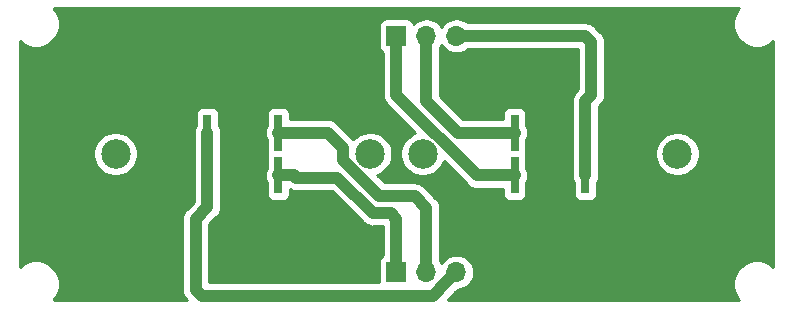
<source format=gtl>
G04 #@! TF.GenerationSoftware,KiCad,Pcbnew,5.1.4-e60b266~84~ubuntu18.04.1*
G04 #@! TF.CreationDate,2019-09-11T21:53:04+05:30*
G04 #@! TF.ProjectId,SenseCam_XHP70.2_rev1,53656e73-6543-4616-9d5f-58485037302e,rev?*
G04 #@! TF.SameCoordinates,Original*
G04 #@! TF.FileFunction,Copper,L1,Top*
G04 #@! TF.FilePolarity,Positive*
%FSLAX46Y46*%
G04 Gerber Fmt 4.6, Leading zero omitted, Abs format (unit mm)*
G04 Created by KiCad (PCBNEW 5.1.4-e60b266~84~ubuntu18.04.1) date 2019-09-11 21:53:04*
%MOMM*%
%LPD*%
G04 APERTURE LIST*
%ADD10C,2.500000*%
%ADD11R,0.700000X3.130000*%
%ADD12R,3.900000X6.760000*%
%ADD13R,1.700000X1.700000*%
%ADD14O,1.700000X1.700000*%
%ADD15C,0.800000*%
%ADD16C,1.000000*%
%ADD17C,0.250000*%
%ADD18C,0.254000*%
G04 APERTURE END LIST*
D10*
X18725000Y-23000000D03*
X40275000Y-23000000D03*
D11*
X52500000Y-24815000D03*
X58500000Y-21185000D03*
D12*
X55500000Y-23000000D03*
D11*
X58500000Y-24815000D03*
X52500000Y-21185000D03*
X32500000Y-24815000D03*
X26500000Y-21185000D03*
D12*
X29500000Y-23000000D03*
D11*
X26500000Y-24815000D03*
X32500000Y-21185000D03*
D13*
X42500000Y-13000000D03*
D14*
X45040000Y-13000000D03*
X47580000Y-13000000D03*
D13*
X42500000Y-33000000D03*
D14*
X45040000Y-33000000D03*
X47580000Y-33000000D03*
D10*
X66275000Y-23000000D03*
X44725000Y-23000000D03*
D15*
X29500000Y-18500000D03*
X31000000Y-18500000D03*
X28000000Y-18500000D03*
X28000000Y-17500000D03*
X29500000Y-17500000D03*
X31000000Y-17500000D03*
X31000000Y-16500000D03*
X29500000Y-16500000D03*
X28000000Y-16500000D03*
X28000000Y-15500000D03*
X29500000Y-15500000D03*
X31000000Y-15500000D03*
X31000000Y-14500000D03*
X29500000Y-14500000D03*
X28000000Y-14500000D03*
X55500000Y-27500000D03*
X54000000Y-27500000D03*
X54000000Y-30500000D03*
X57000000Y-27500000D03*
X57000000Y-29500000D03*
X54000000Y-31500000D03*
X55500000Y-30500000D03*
X54000000Y-29500000D03*
X57000000Y-28500000D03*
X57000000Y-30500000D03*
X55500000Y-28500000D03*
X55500000Y-29500000D03*
X54000000Y-28500000D03*
X55500000Y-31500000D03*
X57000000Y-31500000D03*
X26500000Y-18500000D03*
X26500000Y-17500000D03*
X26500000Y-16500000D03*
X26500000Y-15500000D03*
X26500000Y-14500000D03*
X32500000Y-14500000D03*
X32500000Y-15500000D03*
X32500000Y-16500000D03*
X32500000Y-17500000D03*
X32500000Y-18500000D03*
X52500000Y-27500000D03*
X52500000Y-28500000D03*
X52500000Y-29500000D03*
X52500000Y-30500000D03*
X52500000Y-31500000D03*
X58500000Y-31500000D03*
X58500000Y-30500000D03*
X58500000Y-29500000D03*
X58500000Y-28500000D03*
X58500000Y-27500000D03*
D16*
X42500000Y-18000000D02*
X42500000Y-16165000D01*
X52500000Y-24815000D02*
X49315000Y-24815000D01*
X42500000Y-16165000D02*
X42500000Y-13000000D01*
X49315000Y-24815000D02*
X42500000Y-18000000D01*
X58500000Y-21185000D02*
X58500000Y-24815000D01*
X26500000Y-24815000D02*
X26500000Y-21185000D01*
X58500000Y-13000000D02*
X52880000Y-13000000D01*
X59000000Y-13500000D02*
X58500000Y-13000000D01*
X52880000Y-13000000D02*
X47580000Y-13000000D01*
X59000000Y-18000000D02*
X59000000Y-13500000D01*
X58500000Y-21185000D02*
X58500000Y-18500000D01*
X58500000Y-18500000D02*
X59000000Y-18000000D01*
X46730001Y-33849999D02*
X47580000Y-33000000D01*
X46730001Y-33869999D02*
X46730001Y-33849999D01*
X26500000Y-27500000D02*
X25500000Y-28500000D01*
X26500000Y-24815000D02*
X26500000Y-27500000D01*
X25500000Y-28500000D02*
X25500000Y-34500000D01*
X25500000Y-34500000D02*
X26000000Y-35000000D01*
X26000000Y-35000000D02*
X45600000Y-35000000D01*
X45600000Y-35000000D02*
X46730001Y-33869999D01*
X45040000Y-13000000D02*
X45040000Y-18540000D01*
X51150000Y-21185000D02*
X52500000Y-21185000D01*
X47685000Y-21185000D02*
X51150000Y-21185000D01*
X45040000Y-18540000D02*
X47685000Y-21185000D01*
X42500000Y-31150000D02*
X42500000Y-33000000D01*
X42500000Y-28500000D02*
X42500000Y-31150000D01*
X33850000Y-24815000D02*
X34035000Y-25000000D01*
X42000000Y-28000000D02*
X42500000Y-28500000D01*
X32500000Y-24815000D02*
X33850000Y-24815000D01*
X34035000Y-25000000D02*
X37500000Y-25000000D01*
X37500000Y-25000000D02*
X40500000Y-28000000D01*
X40500000Y-28000000D02*
X42000000Y-28000000D01*
X41040000Y-26540000D02*
X38000000Y-23500000D01*
X41040000Y-26540000D02*
X44040000Y-26540000D01*
X45040000Y-27540000D02*
X45040000Y-33000000D01*
X44040000Y-26540000D02*
X45040000Y-27540000D01*
X38000000Y-23500000D02*
X38000000Y-22500000D01*
X36685000Y-21185000D02*
X32500000Y-21185000D01*
X38000000Y-22500000D02*
X36685000Y-21185000D01*
D17*
X29500000Y-23000000D02*
X29500000Y-18500000D01*
X29500000Y-18500000D02*
X28000000Y-18500000D01*
X28000000Y-17500000D02*
X29500000Y-17500000D01*
X31000000Y-17500000D02*
X31000000Y-16500000D01*
X29500000Y-16500000D02*
X28000000Y-16500000D01*
X28000000Y-15500000D02*
X29500000Y-15500000D01*
X31000000Y-15500000D02*
X31000000Y-14500000D01*
X29500000Y-14500000D02*
X28000000Y-14500000D01*
X55500000Y-23000000D02*
X55500000Y-27500000D01*
X54000000Y-28500000D02*
X54000000Y-29500000D01*
X55500000Y-27500000D02*
X57000000Y-27500000D01*
X54000000Y-30500000D02*
X54000000Y-31500000D01*
X57000000Y-30500000D02*
X55500000Y-30500000D01*
X57000000Y-28500000D02*
X55500000Y-28500000D01*
X55500000Y-29500000D02*
X57000000Y-29500000D01*
X55500000Y-31500000D02*
X57000000Y-31500000D01*
X26500000Y-18500000D02*
X26500000Y-17500000D01*
X26500000Y-16500000D02*
X26500000Y-15500000D01*
X31000000Y-14500000D02*
X32500000Y-14500000D01*
X32500000Y-15500000D02*
X32500000Y-16500000D01*
X32500000Y-17500000D02*
X32500000Y-18500000D01*
X52500000Y-27500000D02*
X52500000Y-28500000D01*
X52500000Y-29500000D02*
X52500000Y-30500000D01*
X57000000Y-31500000D02*
X58500000Y-31500000D01*
X58500000Y-30500000D02*
X58500000Y-29500000D01*
X58500000Y-28500000D02*
X58500000Y-27500000D01*
D18*
G36*
X71458149Y-10734636D02*
G01*
X71240915Y-11059750D01*
X71091282Y-11420997D01*
X71015000Y-11804495D01*
X71015000Y-12195505D01*
X71091282Y-12579003D01*
X71240915Y-12940250D01*
X71458149Y-13265364D01*
X71734636Y-13541851D01*
X72059750Y-13759085D01*
X72420997Y-13908718D01*
X72804495Y-13985000D01*
X73195505Y-13985000D01*
X73579003Y-13908718D01*
X73940250Y-13759085D01*
X74265364Y-13541851D01*
X74340000Y-13467215D01*
X74340001Y-32532786D01*
X74265364Y-32458149D01*
X73940250Y-32240915D01*
X73579003Y-32091282D01*
X73195505Y-32015000D01*
X72804495Y-32015000D01*
X72420997Y-32091282D01*
X72059750Y-32240915D01*
X71734636Y-32458149D01*
X71458149Y-32734636D01*
X71240915Y-33059750D01*
X71091282Y-33420997D01*
X71015000Y-33804495D01*
X71015000Y-34195505D01*
X71091282Y-34579003D01*
X71240915Y-34940250D01*
X71458149Y-35265364D01*
X71532785Y-35340000D01*
X46865131Y-35340000D01*
X47493141Y-34711991D01*
X47536450Y-34676448D01*
X47663529Y-34521602D01*
X47705286Y-34479845D01*
X47871111Y-34463513D01*
X48151034Y-34378599D01*
X48409014Y-34240706D01*
X48635134Y-34055134D01*
X48820706Y-33829014D01*
X48958599Y-33571034D01*
X49043513Y-33291111D01*
X49072185Y-33000000D01*
X49043513Y-32708889D01*
X48958599Y-32428966D01*
X48820706Y-32170986D01*
X48635134Y-31944866D01*
X48409014Y-31759294D01*
X48151034Y-31621401D01*
X47871111Y-31536487D01*
X47652950Y-31515000D01*
X47507050Y-31515000D01*
X47288889Y-31536487D01*
X47008966Y-31621401D01*
X46750986Y-31759294D01*
X46524866Y-31944866D01*
X46339294Y-32170986D01*
X46310000Y-32225791D01*
X46280706Y-32170986D01*
X46175000Y-32042183D01*
X46175000Y-27595752D01*
X46180491Y-27540000D01*
X46158577Y-27317501D01*
X46093676Y-27103553D01*
X45988284Y-26906377D01*
X45881989Y-26776856D01*
X45881987Y-26776854D01*
X45846449Y-26733551D01*
X45803145Y-26698013D01*
X44881995Y-25776864D01*
X44846449Y-25733551D01*
X44673623Y-25591716D01*
X44476447Y-25486324D01*
X44262499Y-25421423D01*
X44095752Y-25405000D01*
X44095751Y-25405000D01*
X44040000Y-25399509D01*
X43984249Y-25405000D01*
X41510132Y-25405000D01*
X40890495Y-24785363D01*
X41167882Y-24670466D01*
X41476618Y-24464175D01*
X41739175Y-24201618D01*
X41945466Y-23892882D01*
X42087561Y-23549834D01*
X42160000Y-23185656D01*
X42160000Y-22814344D01*
X42087561Y-22450166D01*
X41945466Y-22107118D01*
X41739175Y-21798382D01*
X41476618Y-21535825D01*
X41167882Y-21329534D01*
X40824834Y-21187439D01*
X40460656Y-21115000D01*
X40089344Y-21115000D01*
X39725166Y-21187439D01*
X39382118Y-21329534D01*
X39073382Y-21535825D01*
X38855675Y-21753532D01*
X38806449Y-21693551D01*
X38763140Y-21658008D01*
X37526996Y-20421865D01*
X37491449Y-20378551D01*
X37318623Y-20236716D01*
X37121447Y-20131324D01*
X36907499Y-20066423D01*
X36740752Y-20050000D01*
X36740751Y-20050000D01*
X36685000Y-20044509D01*
X36629249Y-20050000D01*
X33488072Y-20050000D01*
X33488072Y-19620000D01*
X33475812Y-19495518D01*
X33439502Y-19375820D01*
X33380537Y-19265506D01*
X33301185Y-19168815D01*
X33204494Y-19089463D01*
X33094180Y-19030498D01*
X32974482Y-18994188D01*
X32850000Y-18981928D01*
X32150000Y-18981928D01*
X32025518Y-18994188D01*
X31905820Y-19030498D01*
X31795506Y-19089463D01*
X31698815Y-19168815D01*
X31619463Y-19265506D01*
X31560498Y-19375820D01*
X31524188Y-19495518D01*
X31511928Y-19620000D01*
X31511928Y-20625816D01*
X31446324Y-20748553D01*
X31381423Y-20962501D01*
X31359509Y-21185000D01*
X31381423Y-21407499D01*
X31446324Y-21621447D01*
X31511928Y-21744184D01*
X31511928Y-22750000D01*
X31524188Y-22874482D01*
X31560498Y-22994180D01*
X31563609Y-23000000D01*
X31560498Y-23005820D01*
X31524188Y-23125518D01*
X31511928Y-23250000D01*
X31511928Y-24255816D01*
X31446324Y-24378553D01*
X31381423Y-24592501D01*
X31359509Y-24815000D01*
X31381423Y-25037499D01*
X31446324Y-25251447D01*
X31511928Y-25374184D01*
X31511928Y-26380000D01*
X31524188Y-26504482D01*
X31560498Y-26624180D01*
X31619463Y-26734494D01*
X31698815Y-26831185D01*
X31795506Y-26910537D01*
X31905820Y-26969502D01*
X32025518Y-27005812D01*
X32150000Y-27018072D01*
X32850000Y-27018072D01*
X32974482Y-27005812D01*
X33094180Y-26969502D01*
X33204494Y-26910537D01*
X33301185Y-26831185D01*
X33380537Y-26734494D01*
X33439502Y-26624180D01*
X33475812Y-26504482D01*
X33488072Y-26380000D01*
X33488072Y-25994623D01*
X33598553Y-26053676D01*
X33812501Y-26118577D01*
X33979248Y-26135000D01*
X33979249Y-26135000D01*
X34035000Y-26140491D01*
X34090752Y-26135000D01*
X37029869Y-26135000D01*
X39658013Y-28763146D01*
X39693551Y-28806449D01*
X39736854Y-28841987D01*
X39736856Y-28841989D01*
X39866377Y-28948284D01*
X40063553Y-29053676D01*
X40277501Y-29118577D01*
X40500000Y-29140491D01*
X40555752Y-29135000D01*
X41365000Y-29135000D01*
X41365001Y-31094239D01*
X41365000Y-31094249D01*
X41365000Y-31582317D01*
X41295506Y-31619463D01*
X41198815Y-31698815D01*
X41119463Y-31795506D01*
X41060498Y-31905820D01*
X41024188Y-32025518D01*
X41011928Y-32150000D01*
X41011928Y-33850000D01*
X41013405Y-33865000D01*
X26635000Y-33865000D01*
X26635000Y-28970132D01*
X27263145Y-28341987D01*
X27306449Y-28306449D01*
X27448284Y-28133623D01*
X27553676Y-27936447D01*
X27618577Y-27722499D01*
X27635000Y-27555752D01*
X27640491Y-27500000D01*
X27635000Y-27444248D01*
X27635000Y-21129248D01*
X27618577Y-20962501D01*
X27553676Y-20748553D01*
X27488072Y-20625816D01*
X27488072Y-19620000D01*
X27475812Y-19495518D01*
X27439502Y-19375820D01*
X27380537Y-19265506D01*
X27301185Y-19168815D01*
X27204494Y-19089463D01*
X27094180Y-19030498D01*
X26974482Y-18994188D01*
X26850000Y-18981928D01*
X26150000Y-18981928D01*
X26025518Y-18994188D01*
X25905820Y-19030498D01*
X25795506Y-19089463D01*
X25698815Y-19168815D01*
X25619463Y-19265506D01*
X25560498Y-19375820D01*
X25524188Y-19495518D01*
X25511928Y-19620000D01*
X25511928Y-20625818D01*
X25446325Y-20748553D01*
X25381424Y-20962501D01*
X25365001Y-21129248D01*
X25365000Y-24759248D01*
X25365000Y-24759249D01*
X25365001Y-27029867D01*
X24736864Y-27658005D01*
X24693551Y-27693551D01*
X24551716Y-27866377D01*
X24480294Y-28000000D01*
X24446324Y-28063554D01*
X24381423Y-28277502D01*
X24359509Y-28500000D01*
X24365000Y-28555752D01*
X24365001Y-34444239D01*
X24359509Y-34500000D01*
X24381423Y-34722498D01*
X24446324Y-34936446D01*
X24487739Y-35013927D01*
X24551717Y-35133623D01*
X24693552Y-35306449D01*
X24734434Y-35340000D01*
X13467215Y-35340000D01*
X13541851Y-35265364D01*
X13759085Y-34940250D01*
X13908718Y-34579003D01*
X13985000Y-34195505D01*
X13985000Y-33804495D01*
X13908718Y-33420997D01*
X13759085Y-33059750D01*
X13541851Y-32734636D01*
X13265364Y-32458149D01*
X12940250Y-32240915D01*
X12579003Y-32091282D01*
X12195505Y-32015000D01*
X11804495Y-32015000D01*
X11420997Y-32091282D01*
X11059750Y-32240915D01*
X10734636Y-32458149D01*
X10660000Y-32532785D01*
X10660000Y-22814344D01*
X16840000Y-22814344D01*
X16840000Y-23185656D01*
X16912439Y-23549834D01*
X17054534Y-23892882D01*
X17260825Y-24201618D01*
X17523382Y-24464175D01*
X17832118Y-24670466D01*
X18175166Y-24812561D01*
X18539344Y-24885000D01*
X18910656Y-24885000D01*
X19274834Y-24812561D01*
X19617882Y-24670466D01*
X19926618Y-24464175D01*
X20189175Y-24201618D01*
X20395466Y-23892882D01*
X20537561Y-23549834D01*
X20610000Y-23185656D01*
X20610000Y-22814344D01*
X20537561Y-22450166D01*
X20395466Y-22107118D01*
X20189175Y-21798382D01*
X19926618Y-21535825D01*
X19617882Y-21329534D01*
X19274834Y-21187439D01*
X18910656Y-21115000D01*
X18539344Y-21115000D01*
X18175166Y-21187439D01*
X17832118Y-21329534D01*
X17523382Y-21535825D01*
X17260825Y-21798382D01*
X17054534Y-22107118D01*
X16912439Y-22450166D01*
X16840000Y-22814344D01*
X10660000Y-22814344D01*
X10660000Y-13467215D01*
X10734636Y-13541851D01*
X11059750Y-13759085D01*
X11420997Y-13908718D01*
X11804495Y-13985000D01*
X12195505Y-13985000D01*
X12579003Y-13908718D01*
X12940250Y-13759085D01*
X13265364Y-13541851D01*
X13541851Y-13265364D01*
X13759085Y-12940250D01*
X13908718Y-12579003D01*
X13985000Y-12195505D01*
X13985000Y-12150000D01*
X41011928Y-12150000D01*
X41011928Y-13850000D01*
X41024188Y-13974482D01*
X41060498Y-14094180D01*
X41119463Y-14204494D01*
X41198815Y-14301185D01*
X41295506Y-14380537D01*
X41365001Y-14417683D01*
X41365000Y-16109248D01*
X41365000Y-17944249D01*
X41359509Y-18000000D01*
X41369708Y-18103554D01*
X41381423Y-18222498D01*
X41446324Y-18436446D01*
X41551716Y-18633623D01*
X41693551Y-18806449D01*
X41736865Y-18841996D01*
X44109505Y-21214637D01*
X43832118Y-21329534D01*
X43523382Y-21535825D01*
X43260825Y-21798382D01*
X43054534Y-22107118D01*
X42912439Y-22450166D01*
X42840000Y-22814344D01*
X42840000Y-23185656D01*
X42912439Y-23549834D01*
X43054534Y-23892882D01*
X43260825Y-24201618D01*
X43523382Y-24464175D01*
X43832118Y-24670466D01*
X44175166Y-24812561D01*
X44539344Y-24885000D01*
X44910656Y-24885000D01*
X45274834Y-24812561D01*
X45617882Y-24670466D01*
X45926618Y-24464175D01*
X46189175Y-24201618D01*
X46395466Y-23892882D01*
X46510363Y-23615495D01*
X48473009Y-25578141D01*
X48508551Y-25621449D01*
X48681377Y-25763284D01*
X48878553Y-25868676D01*
X49092501Y-25933577D01*
X49259248Y-25950000D01*
X49259257Y-25950000D01*
X49314999Y-25955490D01*
X49370741Y-25950000D01*
X51511928Y-25950000D01*
X51511928Y-26380000D01*
X51524188Y-26504482D01*
X51560498Y-26624180D01*
X51619463Y-26734494D01*
X51698815Y-26831185D01*
X51795506Y-26910537D01*
X51905820Y-26969502D01*
X52025518Y-27005812D01*
X52150000Y-27018072D01*
X52850000Y-27018072D01*
X52974482Y-27005812D01*
X53094180Y-26969502D01*
X53204494Y-26910537D01*
X53301185Y-26831185D01*
X53380537Y-26734494D01*
X53439502Y-26624180D01*
X53475812Y-26504482D01*
X53488072Y-26380000D01*
X53488072Y-25374184D01*
X53553676Y-25251447D01*
X53618577Y-25037499D01*
X53640491Y-24815000D01*
X53618577Y-24592501D01*
X53553676Y-24378553D01*
X53488072Y-24255816D01*
X53488072Y-23250000D01*
X53475812Y-23125518D01*
X53439502Y-23005820D01*
X53436391Y-23000000D01*
X53439502Y-22994180D01*
X53475812Y-22874482D01*
X53488072Y-22750000D01*
X53488072Y-21744184D01*
X53553676Y-21621447D01*
X53618577Y-21407499D01*
X53640491Y-21185000D01*
X53618577Y-20962501D01*
X53553676Y-20748553D01*
X53488072Y-20625816D01*
X53488072Y-19620000D01*
X53475812Y-19495518D01*
X53439502Y-19375820D01*
X53380537Y-19265506D01*
X53301185Y-19168815D01*
X53204494Y-19089463D01*
X53094180Y-19030498D01*
X52974482Y-18994188D01*
X52850000Y-18981928D01*
X52150000Y-18981928D01*
X52025518Y-18994188D01*
X51905820Y-19030498D01*
X51795506Y-19089463D01*
X51698815Y-19168815D01*
X51619463Y-19265506D01*
X51560498Y-19375820D01*
X51524188Y-19495518D01*
X51511928Y-19620000D01*
X51511928Y-20050000D01*
X48155132Y-20050000D01*
X46175000Y-18069869D01*
X46175000Y-13957817D01*
X46280706Y-13829014D01*
X46310000Y-13774209D01*
X46339294Y-13829014D01*
X46524866Y-14055134D01*
X46750986Y-14240706D01*
X47008966Y-14378599D01*
X47288889Y-14463513D01*
X47507050Y-14485000D01*
X47652950Y-14485000D01*
X47871111Y-14463513D01*
X48151034Y-14378599D01*
X48409014Y-14240706D01*
X48537817Y-14135000D01*
X57865001Y-14135000D01*
X57865000Y-17529869D01*
X57736860Y-17658009D01*
X57693552Y-17693551D01*
X57551717Y-17866377D01*
X57495384Y-17971770D01*
X57446324Y-18063554D01*
X57381423Y-18277502D01*
X57359509Y-18500000D01*
X57365001Y-18555761D01*
X57365000Y-21129248D01*
X57365000Y-21129249D01*
X57365001Y-24870752D01*
X57381424Y-25037499D01*
X57446325Y-25251447D01*
X57511928Y-25374182D01*
X57511928Y-26380000D01*
X57524188Y-26504482D01*
X57560498Y-26624180D01*
X57619463Y-26734494D01*
X57698815Y-26831185D01*
X57795506Y-26910537D01*
X57905820Y-26969502D01*
X58025518Y-27005812D01*
X58150000Y-27018072D01*
X58850000Y-27018072D01*
X58974482Y-27005812D01*
X59094180Y-26969502D01*
X59204494Y-26910537D01*
X59301185Y-26831185D01*
X59380537Y-26734494D01*
X59439502Y-26624180D01*
X59475812Y-26504482D01*
X59488072Y-26380000D01*
X59488072Y-25374184D01*
X59553676Y-25251447D01*
X59618577Y-25037499D01*
X59635000Y-24870752D01*
X59635000Y-22814344D01*
X64390000Y-22814344D01*
X64390000Y-23185656D01*
X64462439Y-23549834D01*
X64604534Y-23892882D01*
X64810825Y-24201618D01*
X65073382Y-24464175D01*
X65382118Y-24670466D01*
X65725166Y-24812561D01*
X66089344Y-24885000D01*
X66460656Y-24885000D01*
X66824834Y-24812561D01*
X67167882Y-24670466D01*
X67476618Y-24464175D01*
X67739175Y-24201618D01*
X67945466Y-23892882D01*
X68087561Y-23549834D01*
X68160000Y-23185656D01*
X68160000Y-22814344D01*
X68087561Y-22450166D01*
X67945466Y-22107118D01*
X67739175Y-21798382D01*
X67476618Y-21535825D01*
X67167882Y-21329534D01*
X66824834Y-21187439D01*
X66460656Y-21115000D01*
X66089344Y-21115000D01*
X65725166Y-21187439D01*
X65382118Y-21329534D01*
X65073382Y-21535825D01*
X64810825Y-21798382D01*
X64604534Y-22107118D01*
X64462439Y-22450166D01*
X64390000Y-22814344D01*
X59635000Y-22814344D01*
X59635000Y-18970131D01*
X59763135Y-18841996D01*
X59806449Y-18806449D01*
X59948284Y-18633623D01*
X60053676Y-18436447D01*
X60118577Y-18222499D01*
X60135000Y-18055752D01*
X60135000Y-18055751D01*
X60140491Y-18000000D01*
X60135000Y-17944248D01*
X60135000Y-13555752D01*
X60140491Y-13500000D01*
X60118577Y-13277501D01*
X60053676Y-13063553D01*
X59989907Y-12944249D01*
X59948284Y-12866377D01*
X59806449Y-12693551D01*
X59763135Y-12658004D01*
X59341996Y-12236865D01*
X59306449Y-12193551D01*
X59133623Y-12051716D01*
X58936447Y-11946324D01*
X58722499Y-11881423D01*
X58555752Y-11865000D01*
X58555751Y-11865000D01*
X58500000Y-11859509D01*
X58444249Y-11865000D01*
X48537817Y-11865000D01*
X48409014Y-11759294D01*
X48151034Y-11621401D01*
X47871111Y-11536487D01*
X47652950Y-11515000D01*
X47507050Y-11515000D01*
X47288889Y-11536487D01*
X47008966Y-11621401D01*
X46750986Y-11759294D01*
X46524866Y-11944866D01*
X46339294Y-12170986D01*
X46310000Y-12225791D01*
X46280706Y-12170986D01*
X46095134Y-11944866D01*
X45869014Y-11759294D01*
X45611034Y-11621401D01*
X45331111Y-11536487D01*
X45112950Y-11515000D01*
X44967050Y-11515000D01*
X44748889Y-11536487D01*
X44468966Y-11621401D01*
X44210986Y-11759294D01*
X43984866Y-11944866D01*
X43960393Y-11974687D01*
X43939502Y-11905820D01*
X43880537Y-11795506D01*
X43801185Y-11698815D01*
X43704494Y-11619463D01*
X43594180Y-11560498D01*
X43474482Y-11524188D01*
X43350000Y-11511928D01*
X41650000Y-11511928D01*
X41525518Y-11524188D01*
X41405820Y-11560498D01*
X41295506Y-11619463D01*
X41198815Y-11698815D01*
X41119463Y-11795506D01*
X41060498Y-11905820D01*
X41024188Y-12025518D01*
X41011928Y-12150000D01*
X13985000Y-12150000D01*
X13985000Y-11804495D01*
X13908718Y-11420997D01*
X13759085Y-11059750D01*
X13541851Y-10734636D01*
X13467215Y-10660000D01*
X71532785Y-10660000D01*
X71458149Y-10734636D01*
X71458149Y-10734636D01*
G37*
X71458149Y-10734636D02*
X71240915Y-11059750D01*
X71091282Y-11420997D01*
X71015000Y-11804495D01*
X71015000Y-12195505D01*
X71091282Y-12579003D01*
X71240915Y-12940250D01*
X71458149Y-13265364D01*
X71734636Y-13541851D01*
X72059750Y-13759085D01*
X72420997Y-13908718D01*
X72804495Y-13985000D01*
X73195505Y-13985000D01*
X73579003Y-13908718D01*
X73940250Y-13759085D01*
X74265364Y-13541851D01*
X74340000Y-13467215D01*
X74340001Y-32532786D01*
X74265364Y-32458149D01*
X73940250Y-32240915D01*
X73579003Y-32091282D01*
X73195505Y-32015000D01*
X72804495Y-32015000D01*
X72420997Y-32091282D01*
X72059750Y-32240915D01*
X71734636Y-32458149D01*
X71458149Y-32734636D01*
X71240915Y-33059750D01*
X71091282Y-33420997D01*
X71015000Y-33804495D01*
X71015000Y-34195505D01*
X71091282Y-34579003D01*
X71240915Y-34940250D01*
X71458149Y-35265364D01*
X71532785Y-35340000D01*
X46865131Y-35340000D01*
X47493141Y-34711991D01*
X47536450Y-34676448D01*
X47663529Y-34521602D01*
X47705286Y-34479845D01*
X47871111Y-34463513D01*
X48151034Y-34378599D01*
X48409014Y-34240706D01*
X48635134Y-34055134D01*
X48820706Y-33829014D01*
X48958599Y-33571034D01*
X49043513Y-33291111D01*
X49072185Y-33000000D01*
X49043513Y-32708889D01*
X48958599Y-32428966D01*
X48820706Y-32170986D01*
X48635134Y-31944866D01*
X48409014Y-31759294D01*
X48151034Y-31621401D01*
X47871111Y-31536487D01*
X47652950Y-31515000D01*
X47507050Y-31515000D01*
X47288889Y-31536487D01*
X47008966Y-31621401D01*
X46750986Y-31759294D01*
X46524866Y-31944866D01*
X46339294Y-32170986D01*
X46310000Y-32225791D01*
X46280706Y-32170986D01*
X46175000Y-32042183D01*
X46175000Y-27595752D01*
X46180491Y-27540000D01*
X46158577Y-27317501D01*
X46093676Y-27103553D01*
X45988284Y-26906377D01*
X45881989Y-26776856D01*
X45881987Y-26776854D01*
X45846449Y-26733551D01*
X45803145Y-26698013D01*
X44881995Y-25776864D01*
X44846449Y-25733551D01*
X44673623Y-25591716D01*
X44476447Y-25486324D01*
X44262499Y-25421423D01*
X44095752Y-25405000D01*
X44095751Y-25405000D01*
X44040000Y-25399509D01*
X43984249Y-25405000D01*
X41510132Y-25405000D01*
X40890495Y-24785363D01*
X41167882Y-24670466D01*
X41476618Y-24464175D01*
X41739175Y-24201618D01*
X41945466Y-23892882D01*
X42087561Y-23549834D01*
X42160000Y-23185656D01*
X42160000Y-22814344D01*
X42087561Y-22450166D01*
X41945466Y-22107118D01*
X41739175Y-21798382D01*
X41476618Y-21535825D01*
X41167882Y-21329534D01*
X40824834Y-21187439D01*
X40460656Y-21115000D01*
X40089344Y-21115000D01*
X39725166Y-21187439D01*
X39382118Y-21329534D01*
X39073382Y-21535825D01*
X38855675Y-21753532D01*
X38806449Y-21693551D01*
X38763140Y-21658008D01*
X37526996Y-20421865D01*
X37491449Y-20378551D01*
X37318623Y-20236716D01*
X37121447Y-20131324D01*
X36907499Y-20066423D01*
X36740752Y-20050000D01*
X36740751Y-20050000D01*
X36685000Y-20044509D01*
X36629249Y-20050000D01*
X33488072Y-20050000D01*
X33488072Y-19620000D01*
X33475812Y-19495518D01*
X33439502Y-19375820D01*
X33380537Y-19265506D01*
X33301185Y-19168815D01*
X33204494Y-19089463D01*
X33094180Y-19030498D01*
X32974482Y-18994188D01*
X32850000Y-18981928D01*
X32150000Y-18981928D01*
X32025518Y-18994188D01*
X31905820Y-19030498D01*
X31795506Y-19089463D01*
X31698815Y-19168815D01*
X31619463Y-19265506D01*
X31560498Y-19375820D01*
X31524188Y-19495518D01*
X31511928Y-19620000D01*
X31511928Y-20625816D01*
X31446324Y-20748553D01*
X31381423Y-20962501D01*
X31359509Y-21185000D01*
X31381423Y-21407499D01*
X31446324Y-21621447D01*
X31511928Y-21744184D01*
X31511928Y-22750000D01*
X31524188Y-22874482D01*
X31560498Y-22994180D01*
X31563609Y-23000000D01*
X31560498Y-23005820D01*
X31524188Y-23125518D01*
X31511928Y-23250000D01*
X31511928Y-24255816D01*
X31446324Y-24378553D01*
X31381423Y-24592501D01*
X31359509Y-24815000D01*
X31381423Y-25037499D01*
X31446324Y-25251447D01*
X31511928Y-25374184D01*
X31511928Y-26380000D01*
X31524188Y-26504482D01*
X31560498Y-26624180D01*
X31619463Y-26734494D01*
X31698815Y-26831185D01*
X31795506Y-26910537D01*
X31905820Y-26969502D01*
X32025518Y-27005812D01*
X32150000Y-27018072D01*
X32850000Y-27018072D01*
X32974482Y-27005812D01*
X33094180Y-26969502D01*
X33204494Y-26910537D01*
X33301185Y-26831185D01*
X33380537Y-26734494D01*
X33439502Y-26624180D01*
X33475812Y-26504482D01*
X33488072Y-26380000D01*
X33488072Y-25994623D01*
X33598553Y-26053676D01*
X33812501Y-26118577D01*
X33979248Y-26135000D01*
X33979249Y-26135000D01*
X34035000Y-26140491D01*
X34090752Y-26135000D01*
X37029869Y-26135000D01*
X39658013Y-28763146D01*
X39693551Y-28806449D01*
X39736854Y-28841987D01*
X39736856Y-28841989D01*
X39866377Y-28948284D01*
X40063553Y-29053676D01*
X40277501Y-29118577D01*
X40500000Y-29140491D01*
X40555752Y-29135000D01*
X41365000Y-29135000D01*
X41365001Y-31094239D01*
X41365000Y-31094249D01*
X41365000Y-31582317D01*
X41295506Y-31619463D01*
X41198815Y-31698815D01*
X41119463Y-31795506D01*
X41060498Y-31905820D01*
X41024188Y-32025518D01*
X41011928Y-32150000D01*
X41011928Y-33850000D01*
X41013405Y-33865000D01*
X26635000Y-33865000D01*
X26635000Y-28970132D01*
X27263145Y-28341987D01*
X27306449Y-28306449D01*
X27448284Y-28133623D01*
X27553676Y-27936447D01*
X27618577Y-27722499D01*
X27635000Y-27555752D01*
X27640491Y-27500000D01*
X27635000Y-27444248D01*
X27635000Y-21129248D01*
X27618577Y-20962501D01*
X27553676Y-20748553D01*
X27488072Y-20625816D01*
X27488072Y-19620000D01*
X27475812Y-19495518D01*
X27439502Y-19375820D01*
X27380537Y-19265506D01*
X27301185Y-19168815D01*
X27204494Y-19089463D01*
X27094180Y-19030498D01*
X26974482Y-18994188D01*
X26850000Y-18981928D01*
X26150000Y-18981928D01*
X26025518Y-18994188D01*
X25905820Y-19030498D01*
X25795506Y-19089463D01*
X25698815Y-19168815D01*
X25619463Y-19265506D01*
X25560498Y-19375820D01*
X25524188Y-19495518D01*
X25511928Y-19620000D01*
X25511928Y-20625818D01*
X25446325Y-20748553D01*
X25381424Y-20962501D01*
X25365001Y-21129248D01*
X25365000Y-24759248D01*
X25365000Y-24759249D01*
X25365001Y-27029867D01*
X24736864Y-27658005D01*
X24693551Y-27693551D01*
X24551716Y-27866377D01*
X24480294Y-28000000D01*
X24446324Y-28063554D01*
X24381423Y-28277502D01*
X24359509Y-28500000D01*
X24365000Y-28555752D01*
X24365001Y-34444239D01*
X24359509Y-34500000D01*
X24381423Y-34722498D01*
X24446324Y-34936446D01*
X24487739Y-35013927D01*
X24551717Y-35133623D01*
X24693552Y-35306449D01*
X24734434Y-35340000D01*
X13467215Y-35340000D01*
X13541851Y-35265364D01*
X13759085Y-34940250D01*
X13908718Y-34579003D01*
X13985000Y-34195505D01*
X13985000Y-33804495D01*
X13908718Y-33420997D01*
X13759085Y-33059750D01*
X13541851Y-32734636D01*
X13265364Y-32458149D01*
X12940250Y-32240915D01*
X12579003Y-32091282D01*
X12195505Y-32015000D01*
X11804495Y-32015000D01*
X11420997Y-32091282D01*
X11059750Y-32240915D01*
X10734636Y-32458149D01*
X10660000Y-32532785D01*
X10660000Y-22814344D01*
X16840000Y-22814344D01*
X16840000Y-23185656D01*
X16912439Y-23549834D01*
X17054534Y-23892882D01*
X17260825Y-24201618D01*
X17523382Y-24464175D01*
X17832118Y-24670466D01*
X18175166Y-24812561D01*
X18539344Y-24885000D01*
X18910656Y-24885000D01*
X19274834Y-24812561D01*
X19617882Y-24670466D01*
X19926618Y-24464175D01*
X20189175Y-24201618D01*
X20395466Y-23892882D01*
X20537561Y-23549834D01*
X20610000Y-23185656D01*
X20610000Y-22814344D01*
X20537561Y-22450166D01*
X20395466Y-22107118D01*
X20189175Y-21798382D01*
X19926618Y-21535825D01*
X19617882Y-21329534D01*
X19274834Y-21187439D01*
X18910656Y-21115000D01*
X18539344Y-21115000D01*
X18175166Y-21187439D01*
X17832118Y-21329534D01*
X17523382Y-21535825D01*
X17260825Y-21798382D01*
X17054534Y-22107118D01*
X16912439Y-22450166D01*
X16840000Y-22814344D01*
X10660000Y-22814344D01*
X10660000Y-13467215D01*
X10734636Y-13541851D01*
X11059750Y-13759085D01*
X11420997Y-13908718D01*
X11804495Y-13985000D01*
X12195505Y-13985000D01*
X12579003Y-13908718D01*
X12940250Y-13759085D01*
X13265364Y-13541851D01*
X13541851Y-13265364D01*
X13759085Y-12940250D01*
X13908718Y-12579003D01*
X13985000Y-12195505D01*
X13985000Y-12150000D01*
X41011928Y-12150000D01*
X41011928Y-13850000D01*
X41024188Y-13974482D01*
X41060498Y-14094180D01*
X41119463Y-14204494D01*
X41198815Y-14301185D01*
X41295506Y-14380537D01*
X41365001Y-14417683D01*
X41365000Y-16109248D01*
X41365000Y-17944249D01*
X41359509Y-18000000D01*
X41369708Y-18103554D01*
X41381423Y-18222498D01*
X41446324Y-18436446D01*
X41551716Y-18633623D01*
X41693551Y-18806449D01*
X41736865Y-18841996D01*
X44109505Y-21214637D01*
X43832118Y-21329534D01*
X43523382Y-21535825D01*
X43260825Y-21798382D01*
X43054534Y-22107118D01*
X42912439Y-22450166D01*
X42840000Y-22814344D01*
X42840000Y-23185656D01*
X42912439Y-23549834D01*
X43054534Y-23892882D01*
X43260825Y-24201618D01*
X43523382Y-24464175D01*
X43832118Y-24670466D01*
X44175166Y-24812561D01*
X44539344Y-24885000D01*
X44910656Y-24885000D01*
X45274834Y-24812561D01*
X45617882Y-24670466D01*
X45926618Y-24464175D01*
X46189175Y-24201618D01*
X46395466Y-23892882D01*
X46510363Y-23615495D01*
X48473009Y-25578141D01*
X48508551Y-25621449D01*
X48681377Y-25763284D01*
X48878553Y-25868676D01*
X49092501Y-25933577D01*
X49259248Y-25950000D01*
X49259257Y-25950000D01*
X49314999Y-25955490D01*
X49370741Y-25950000D01*
X51511928Y-25950000D01*
X51511928Y-26380000D01*
X51524188Y-26504482D01*
X51560498Y-26624180D01*
X51619463Y-26734494D01*
X51698815Y-26831185D01*
X51795506Y-26910537D01*
X51905820Y-26969502D01*
X52025518Y-27005812D01*
X52150000Y-27018072D01*
X52850000Y-27018072D01*
X52974482Y-27005812D01*
X53094180Y-26969502D01*
X53204494Y-26910537D01*
X53301185Y-26831185D01*
X53380537Y-26734494D01*
X53439502Y-26624180D01*
X53475812Y-26504482D01*
X53488072Y-26380000D01*
X53488072Y-25374184D01*
X53553676Y-25251447D01*
X53618577Y-25037499D01*
X53640491Y-24815000D01*
X53618577Y-24592501D01*
X53553676Y-24378553D01*
X53488072Y-24255816D01*
X53488072Y-23250000D01*
X53475812Y-23125518D01*
X53439502Y-23005820D01*
X53436391Y-23000000D01*
X53439502Y-22994180D01*
X53475812Y-22874482D01*
X53488072Y-22750000D01*
X53488072Y-21744184D01*
X53553676Y-21621447D01*
X53618577Y-21407499D01*
X53640491Y-21185000D01*
X53618577Y-20962501D01*
X53553676Y-20748553D01*
X53488072Y-20625816D01*
X53488072Y-19620000D01*
X53475812Y-19495518D01*
X53439502Y-19375820D01*
X53380537Y-19265506D01*
X53301185Y-19168815D01*
X53204494Y-19089463D01*
X53094180Y-19030498D01*
X52974482Y-18994188D01*
X52850000Y-18981928D01*
X52150000Y-18981928D01*
X52025518Y-18994188D01*
X51905820Y-19030498D01*
X51795506Y-19089463D01*
X51698815Y-19168815D01*
X51619463Y-19265506D01*
X51560498Y-19375820D01*
X51524188Y-19495518D01*
X51511928Y-19620000D01*
X51511928Y-20050000D01*
X48155132Y-20050000D01*
X46175000Y-18069869D01*
X46175000Y-13957817D01*
X46280706Y-13829014D01*
X46310000Y-13774209D01*
X46339294Y-13829014D01*
X46524866Y-14055134D01*
X46750986Y-14240706D01*
X47008966Y-14378599D01*
X47288889Y-14463513D01*
X47507050Y-14485000D01*
X47652950Y-14485000D01*
X47871111Y-14463513D01*
X48151034Y-14378599D01*
X48409014Y-14240706D01*
X48537817Y-14135000D01*
X57865001Y-14135000D01*
X57865000Y-17529869D01*
X57736860Y-17658009D01*
X57693552Y-17693551D01*
X57551717Y-17866377D01*
X57495384Y-17971770D01*
X57446324Y-18063554D01*
X57381423Y-18277502D01*
X57359509Y-18500000D01*
X57365001Y-18555761D01*
X57365000Y-21129248D01*
X57365000Y-21129249D01*
X57365001Y-24870752D01*
X57381424Y-25037499D01*
X57446325Y-25251447D01*
X57511928Y-25374182D01*
X57511928Y-26380000D01*
X57524188Y-26504482D01*
X57560498Y-26624180D01*
X57619463Y-26734494D01*
X57698815Y-26831185D01*
X57795506Y-26910537D01*
X57905820Y-26969502D01*
X58025518Y-27005812D01*
X58150000Y-27018072D01*
X58850000Y-27018072D01*
X58974482Y-27005812D01*
X59094180Y-26969502D01*
X59204494Y-26910537D01*
X59301185Y-26831185D01*
X59380537Y-26734494D01*
X59439502Y-26624180D01*
X59475812Y-26504482D01*
X59488072Y-26380000D01*
X59488072Y-25374184D01*
X59553676Y-25251447D01*
X59618577Y-25037499D01*
X59635000Y-24870752D01*
X59635000Y-22814344D01*
X64390000Y-22814344D01*
X64390000Y-23185656D01*
X64462439Y-23549834D01*
X64604534Y-23892882D01*
X64810825Y-24201618D01*
X65073382Y-24464175D01*
X65382118Y-24670466D01*
X65725166Y-24812561D01*
X66089344Y-24885000D01*
X66460656Y-24885000D01*
X66824834Y-24812561D01*
X67167882Y-24670466D01*
X67476618Y-24464175D01*
X67739175Y-24201618D01*
X67945466Y-23892882D01*
X68087561Y-23549834D01*
X68160000Y-23185656D01*
X68160000Y-22814344D01*
X68087561Y-22450166D01*
X67945466Y-22107118D01*
X67739175Y-21798382D01*
X67476618Y-21535825D01*
X67167882Y-21329534D01*
X66824834Y-21187439D01*
X66460656Y-21115000D01*
X66089344Y-21115000D01*
X65725166Y-21187439D01*
X65382118Y-21329534D01*
X65073382Y-21535825D01*
X64810825Y-21798382D01*
X64604534Y-22107118D01*
X64462439Y-22450166D01*
X64390000Y-22814344D01*
X59635000Y-22814344D01*
X59635000Y-18970131D01*
X59763135Y-18841996D01*
X59806449Y-18806449D01*
X59948284Y-18633623D01*
X60053676Y-18436447D01*
X60118577Y-18222499D01*
X60135000Y-18055752D01*
X60135000Y-18055751D01*
X60140491Y-18000000D01*
X60135000Y-17944248D01*
X60135000Y-13555752D01*
X60140491Y-13500000D01*
X60118577Y-13277501D01*
X60053676Y-13063553D01*
X59989907Y-12944249D01*
X59948284Y-12866377D01*
X59806449Y-12693551D01*
X59763135Y-12658004D01*
X59341996Y-12236865D01*
X59306449Y-12193551D01*
X59133623Y-12051716D01*
X58936447Y-11946324D01*
X58722499Y-11881423D01*
X58555752Y-11865000D01*
X58555751Y-11865000D01*
X58500000Y-11859509D01*
X58444249Y-11865000D01*
X48537817Y-11865000D01*
X48409014Y-11759294D01*
X48151034Y-11621401D01*
X47871111Y-11536487D01*
X47652950Y-11515000D01*
X47507050Y-11515000D01*
X47288889Y-11536487D01*
X47008966Y-11621401D01*
X46750986Y-11759294D01*
X46524866Y-11944866D01*
X46339294Y-12170986D01*
X46310000Y-12225791D01*
X46280706Y-12170986D01*
X46095134Y-11944866D01*
X45869014Y-11759294D01*
X45611034Y-11621401D01*
X45331111Y-11536487D01*
X45112950Y-11515000D01*
X44967050Y-11515000D01*
X44748889Y-11536487D01*
X44468966Y-11621401D01*
X44210986Y-11759294D01*
X43984866Y-11944866D01*
X43960393Y-11974687D01*
X43939502Y-11905820D01*
X43880537Y-11795506D01*
X43801185Y-11698815D01*
X43704494Y-11619463D01*
X43594180Y-11560498D01*
X43474482Y-11524188D01*
X43350000Y-11511928D01*
X41650000Y-11511928D01*
X41525518Y-11524188D01*
X41405820Y-11560498D01*
X41295506Y-11619463D01*
X41198815Y-11698815D01*
X41119463Y-11795506D01*
X41060498Y-11905820D01*
X41024188Y-12025518D01*
X41011928Y-12150000D01*
X13985000Y-12150000D01*
X13985000Y-11804495D01*
X13908718Y-11420997D01*
X13759085Y-11059750D01*
X13541851Y-10734636D01*
X13467215Y-10660000D01*
X71532785Y-10660000D01*
X71458149Y-10734636D01*
M02*

</source>
